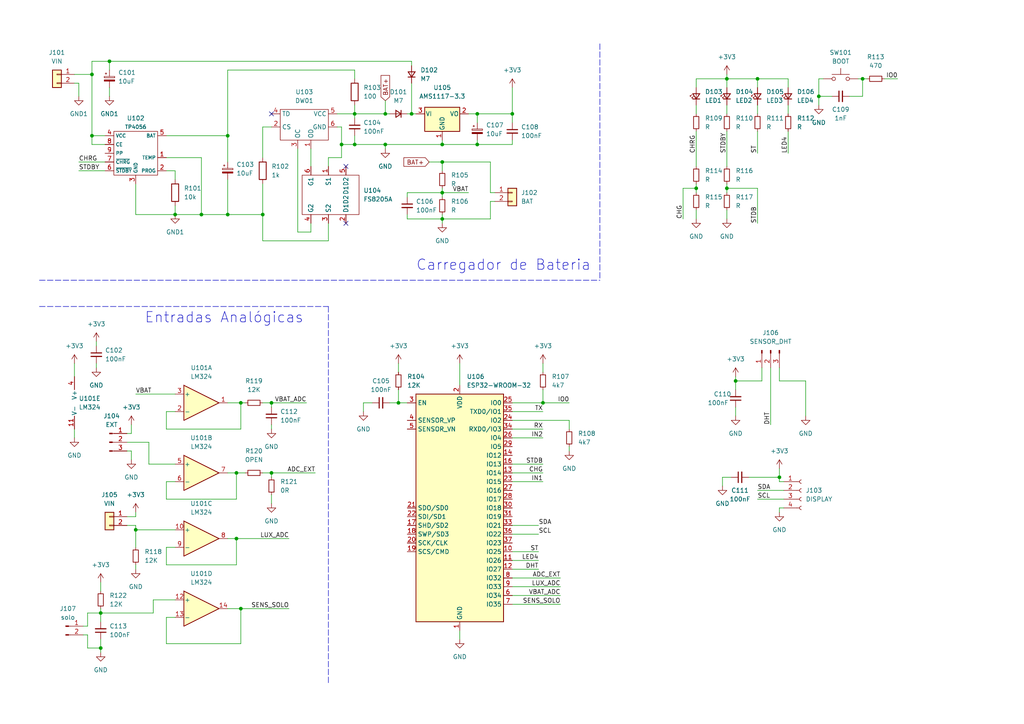
<source format=kicad_sch>
(kicad_sch (version 20211123) (generator eeschema)
  (paper "A4")
  (title_block (title "Vaso Inteligente") (date "2022-07-11") (company "PI3 - 2022/1") (comment 1 "Guilherme Camargo Valese") (comment 2 "Ariane Andreia Martins"))
  (lib_symbols
    (symbol "Amplifier_Operational:LM324" (pin_names (offset 0.127))
      (property "Reference" "U" (at 0 5.08 0))
      (property "Value" "LM324" (at 0 -5.08 0))
      (symbol "LM324_1_1"
        (pin output line (at 7.62 0 180) (length 2.54) (name "~") (number "1"))
        (pin input line (at -7.62 -2.54 0) (length 2.54) (name "-") (number "2"))
        (pin input line (at -7.62 2.54 0) (length 2.54) (name "+") (number "3"))
      )
      (symbol "LM324_2_1"
        (pin input line (at -7.62 2.54 0) (length 2.54) (name "+") (number "5"))
        (pin input line (at -7.62 -2.54 0) (length 2.54) (name "-") (number "6"))
        (pin output line (at 7.62 0 180) (length 2.54) (name "~") (number "7"))
      )
      (symbol "LM324_3_1"
        (pin input line (at -7.62 2.54 0) (length 2.54) (name "+") (number "10"))
        (pin output line (at 7.62 0 180) (length 2.54) (name "~") (number "8"))
        (pin input line (at -7.62 -2.54 0) (length 2.54) (name "-") (number "9"))
      )
      (symbol "LM324_4_1"
        (pin input line (at -7.62 2.54 0) (length 2.54) (name "+") (number "12"))
        (pin input line (at -7.62 -2.54 0) (length 2.54) (name "-") (number "13"))
        (pin output line (at 7.62 0 180) (length 2.54) (name "~") (number "14"))
      )
      (symbol "LM324_5_1"
        (pin power_in line (at -2.54 -7.62 90) (length 3.81) (name "V-") (number "11"))
        (pin power_in line (at -2.54 7.62 270) (length 3.81) (name "V+") (number "4"))
      )
    )
    (symbol "Connector:Conn_01x02_Male" (pin_names (offset 1.016) hide)
      (property "Reference" "J" (at 0 2.54 0))
      (property "Value" "Conn_01x02_Male" (at 0 -5.08 0))
      (symbol "Conn_01x02_Male_1_1"
        (pin passive line (at 5.08 0 180) (length 3.81) (name "Pin_1") (number "1"))
        (pin passive line (at 5.08 -2.54 180) (length 3.81) (name "Pin_2") (number "2"))
      )
    )
    (symbol "Connector:Conn_01x03_Male" (pin_names (offset 1.016) hide)
      (property "Reference" "J" (at 0 5.08 0))
      (property "Value" "Conn_01x03_Male" (at 0 -5.08 0))
      (symbol "Conn_01x03_Male_1_1"
        (pin passive line (at 5.08 2.54 180) (length 3.81) (name "Pin_1") (number "1"))
        (pin passive line (at 5.08 0 180) (length 3.81) (name "Pin_2") (number "2"))
        (pin passive line (at 5.08 -2.54 180) (length 3.81) (name "Pin_3") (number "3"))
      )
    )
    (symbol "Connector:Conn_01x04_Female" (pin_names (offset 1.016) hide)
      (property "Reference" "J" (at 0 5.08 0))
      (property "Value" "Conn_01x04_Female" (at 0 -7.62 0))
      (symbol "Conn_01x04_Female_1_1"
        (pin passive line (at -5.08 2.54 0) (length 3.81) (name "Pin_1") (number "1"))
        (pin passive line (at -5.08 0 0) (length 3.81) (name "Pin_2") (number "2"))
        (pin passive line (at -5.08 -2.54 0) (length 3.81) (name "Pin_3") (number "3"))
        (pin passive line (at -5.08 -5.08 0) (length 3.81) (name "Pin_4") (number "4"))
      )
    )
    (symbol "Connector_Generic:Conn_01x02" (pin_names (offset 1.016) hide)
      (property "Reference" "J" (at 0 2.54 0))
      (property "Value" "Conn_01x02" (at 0 -5.08 0))
      (symbol "Conn_01x02_1_1"
        (pin passive line (at -5.08 0 0) (length 3.81) (name "Pin_1") (number "1"))
        (pin passive line (at -5.08 -2.54 0) (length 3.81) (name "Pin_2") (number "2"))
      )
    )
    (symbol "Device:C_Polarized_Small" (pin_numbers hide) (pin_names (offset 0.254) hide)
      (property "Reference" "C" (at 0.254 1.778 0))
      (property "Value" "C_Polarized_Small" (at 0.254 -2.032 0))
      (symbol "C_Polarized_Small_1_1"
        (pin passive line (at 0 2.54 270) (length 1.8542) (name "~") (number "1"))
        (pin passive line (at 0 -2.54 90) (length 1.8542) (name "~") (number "2"))
      )
    )
    (symbol "Device:C_Small" (pin_numbers hide) (pin_names (offset 0.254) hide)
      (property "Reference" "C" (at 0.254 1.778 0))
      (property "Value" "C_Small" (at 0.254 -2.032 0))
      (symbol "C_Small_1_1"
        (pin passive line (at 0 2.54 270) (length 2.032) (name "~") (number "1"))
        (pin passive line (at 0 -2.54 90) (length 2.032) (name "~") (number "2"))
      )
    )
    (symbol "Device:D_Small" (pin_numbers hide) (pin_names (offset 0.254) hide)
      (property "Reference" "D" (at -1.27 2.032 0))
      (property "Value" "D_Small" (at -3.81 -2.032 0))
      (symbol "D_Small_1_1"
        (pin passive line (at -2.54 0 0) (length 1.778) (name "K") (number "1"))
        (pin passive line (at 2.54 0 180) (length 1.778) (name "A") (number "2"))
      )
    )
    (symbol "Device:LED_Small" (pin_numbers hide) (pin_names (offset 0.254) hide)
      (property "Reference" "D" (at -1.27 3.175 0))
      (property "Value" "LED_Small" (at -4.445 -2.54 0))
      (symbol "LED_Small_1_1"
        (pin passive line (at -2.54 0 0) (length 1.778) (name "K") (number "1"))
        (pin passive line (at 2.54 0 180) (length 1.778) (name "A") (number "2"))
      )
    )
    (symbol "Device:R" (pin_numbers hide) (pin_names (offset 0))
      (property "Reference" "R" (at 2.032 0 90))
      (property "Value" "R" (at 0 0 90))
      (symbol "R_1_1"
        (pin passive line (at 0 3.81 270) (length 1.27) (name "~") (number "1"))
        (pin passive line (at 0 -3.81 90) (length 1.27) (name "~") (number "2"))
      )
    )
    (symbol "Device:R_Small" (pin_numbers hide) (pin_names (offset 0.254) hide)
      (property "Reference" "R" (at 0.762 0.508 0))
      (property "Value" "R_Small" (at 0.762 -1.016 0))
      (symbol "R_Small_1_1"
        (pin passive line (at 0 2.54 270) (length 0.762) (name "~") (number "1"))
        (pin passive line (at 0 -2.54 90) (length 0.762) (name "~") (number "2"))
      )
    )
    (symbol "RF_Module:ESP32-WROOM-32"
      (property "Reference" "U" (at -12.7 34.29 0))
      (property "Value" "ESP32-WROOM-32" (at 1.27 34.29 0))
      (symbol "ESP32-WROOM-32_1_1"
        (pin power_in line (at 0 -35.56 90) (length 2.54) (name "GND") (number "1"))
        (pin bidirectional line (at 15.24 -12.7 180) (length 2.54) (name "IO25") (number "10"))
        (pin bidirectional line (at 15.24 -15.24 180) (length 2.54) (name "IO26") (number "11"))
        (pin bidirectional line (at 15.24 -17.78 180) (length 2.54) (name "IO27") (number "12"))
        (pin bidirectional line (at 15.24 10.16 180) (length 2.54) (name "IO14") (number "13"))
        (pin bidirectional line (at 15.24 15.24 180) (length 2.54) (name "IO12") (number "14"))
        (pin passive line (at 0 -35.56 90) (length 2.54) hide (name "GND") (number "15"))
        (pin bidirectional line (at 15.24 12.7 180) (length 2.54) (name "IO13") (number "16"))
        (pin bidirectional line (at -15.24 -5.08 0) (length 2.54) (name "SHD/SD2") (number "17"))
        (pin bidirectional line (at -15.24 -7.62 0) (length 2.54) (name "SWP/SD3") (number "18"))
        (pin bidirectional line (at -15.24 -12.7 0) (length 2.54) (name "SCS/CMD") (number "19"))
        (pin power_in line (at 0 35.56 270) (length 2.54) (name "VDD") (number "2"))
        (pin bidirectional line (at -15.24 -10.16 0) (length 2.54) (name "SCK/CLK") (number "20"))
        (pin bidirectional line (at -15.24 0 0) (length 2.54) (name "SDO/SD0") (number "21"))
        (pin bidirectional line (at -15.24 -2.54 0) (length 2.54) (name "SDI/SD1") (number "22"))
        (pin bidirectional line (at 15.24 7.62 180) (length 2.54) (name "IO15") (number "23"))
        (pin bidirectional line (at 15.24 25.4 180) (length 2.54) (name "IO2") (number "24"))
        (pin bidirectional line (at 15.24 30.48 180) (length 2.54) (name "IO0") (number "25"))
        (pin bidirectional line (at 15.24 20.32 180) (length 2.54) (name "IO4") (number "26"))
        (pin bidirectional line (at 15.24 5.08 180) (length 2.54) (name "IO16") (number "27"))
        (pin bidirectional line (at 15.24 2.54 180) (length 2.54) (name "IO17") (number "28"))
        (pin bidirectional line (at 15.24 17.78 180) (length 2.54) (name "IO5") (number "29"))
        (pin input line (at -15.24 30.48 0) (length 2.54) (name "EN") (number "3"))
        (pin bidirectional line (at 15.24 0 180) (length 2.54) (name "IO18") (number "30"))
        (pin bidirectional line (at 15.24 -2.54 180) (length 2.54) (name "IO19") (number "31"))
        (pin no_connect line (at -12.7 -27.94 0) (length 2.54) hide (name "NC") (number "32"))
        (pin bidirectional line (at 15.24 -5.08 180) (length 2.54) (name "IO21") (number "33"))
        (pin bidirectional line (at 15.24 22.86 180) (length 2.54) (name "RXD0/IO3") (number "34"))
        (pin bidirectional line (at 15.24 27.94 180) (length 2.54) (name "TXD0/IO1") (number "35"))
        (pin bidirectional line (at 15.24 -7.62 180) (length 2.54) (name "IO22") (number "36"))
        (pin bidirectional line (at 15.24 -10.16 180) (length 2.54) (name "IO23") (number "37"))
        (pin passive line (at 0 -35.56 90) (length 2.54) hide (name "GND") (number "38"))
        (pin passive line (at 0 -35.56 90) (length 2.54) hide (name "GND") (number "39"))
        (pin input line (at -15.24 25.4 0) (length 2.54) (name "SENSOR_VP") (number "4"))
        (pin input line (at -15.24 22.86 0) (length 2.54) (name "SENSOR_VN") (number "5"))
        (pin input line (at 15.24 -25.4 180) (length 2.54) (name "IO34") (number "6"))
        (pin input line (at 15.24 -27.94 180) (length 2.54) (name "IO35") (number "7"))
        (pin bidirectional line (at 15.24 -20.32 180) (length 2.54) (name "IO32") (number "8"))
        (pin bidirectional line (at 15.24 -22.86 180) (length 2.54) (name "IO33") (number "9"))
      )
    )
    (symbol "Regulator_Linear:AMS1117-3.3" (pin_names (offset 0.254))
      (property "Reference" "U" (at -3.81 3.175 0))
      (property "Value" "AMS1117-3.3" (at 0 3.175 0))
      (symbol "AMS1117-3.3_1_1"
        (pin power_in line (at 0 -7.62 90) (length 2.54) (name "GND") (number "1"))
        (pin power_out line (at 7.62 0 180) (length 2.54) (name "VO") (number "2"))
        (pin power_in line (at -7.62 0 0) (length 2.54) (name "VI") (number "3"))
      )
    )
    (symbol "Switch:SW_Push" (pin_numbers hide) (pin_names (offset 1.016) hide)
      (property "Reference" "SW" (at 1.27 2.54 0))
      (property "Value" "SW_Push" (at 0 -1.524 0))
      (symbol "SW_Push_0_1"
        (pin passive line (at -5.08 0 0) (length 2.54) (name "1") (number "1"))
        (pin passive line (at 5.08 0 180) (length 2.54) (name "2") (number "2"))
      )
    )
    (symbol "dw01:DW01"
      (property "Reference" "U" (at 1.27 10.16 0))
      (property "Value" "DW01" (at 11.43 10.16 0))
      (symbol "DW01_1_1"
        (pin input line (at 8.89 -2.54 90) (length 2.54) (name "OD") (number "1"))
        (pin input line (at -2.54 3.81 0) (length 2.54) (name "CS") (number "2"))
        (pin input line (at 5.08 -2.54 90) (length 2.54) (name "OC") (number "3"))
        (pin input line (at -2.54 7.62 0) (length 2.54) (name "TD") (number "4"))
        (pin input line (at 16.51 7.62 180) (length 2.54) (name "VCC") (number "5"))
        (pin input line (at 16.51 3.81 180) (length 2.54) (name "GND") (number "6"))
      )
    )
    (symbol "fs8205:FS8205A"
      (property "Reference" "U" (at 1.27 5.08 0))
      (property "Value" "FS8205A" (at -1.27 8.89 90))
      (symbol "FS8205A_1_1"
        (pin input line (at 7.62 13.97 270) (length 2.54) (name "S1") (number "1"))
        (pin input line (at 12.7 -2.54 90) (length 2.54) (name "D1D2") (number "2"))
        (pin input line (at 7.62 -2.54 90) (length 2.54) (name "S2") (number "3"))
        (pin input line (at 2.54 -2.54 90) (length 2.54) (name "G2") (number "4"))
        (pin input line (at 12.7 13.97 270) (length 2.54) (name "D1D2") (number "5"))
        (pin input line (at 2.54 13.97 270) (length 2.54) (name "G1") (number "6"))
      )
    )
    (symbol "power:+3V3" (power) (pin_names (offset 0))
      (property "Value" "+3V3" (at 0 3.556 0))
      (symbol "+3V3_1_1"
        (pin power_in line (at 0 0 90) (length 0) hide (name "+3V3") (number "1"))
      )
    )
    (symbol "power:GND" (power) (pin_names (offset 0))
      (property "Value" "GND" (at 0 -3.81 0))
      (symbol "GND_1_1"
        (pin power_in line (at 0 0 270) (length 0) hide (name "GND") (number "1"))
      )
    )
    (symbol "power:GND1" (power) (pin_names (offset 0))
      (property "Value" "GND1" (at 0 -3.81 0))
      (symbol "GND1_1_1"
        (pin power_in line (at 0 0 270) (length 0) hide (name "GND1") (number "1"))
      )
    )
    (symbol "tp4056:TP4056"
      (property "Reference" "U" (at 1.27 13.97 0))
      (property "Value" "TP4056" (at 8.89 13.97 0))
      (symbol "TP4056_1_1"
        (pin input line (at 15.24 5.08 180) (length 2.54) (name "TEMP") (number "1"))
        (pin input line (at 15.24 1.27 180) (length 2.54) (name "PROG") (number "2"))
        (pin input line (at 6.35 -2.54 90) (length 2.54) (name "GND") (number "3"))
        (pin input line (at -2.54 11.43 0) (length 2.54) (name "VCC") (number "4"))
        (pin input line (at 15.24 11.43 180) (length 2.54) (name "BAT") (number "5"))
        (pin input line (at -2.54 1.27 0) (length 2.54) (name "~{STDBY}") (number "6"))
        (pin input line (at -2.54 3.81 0) (length 2.54) (name "~{CHRG}") (number "7"))
        (pin input line (at -2.54 8.89 0) (length 2.54) (name "CE") (number "8"))
        (pin input line (at -2.54 6.35 0) (length 2.54) (name "PP") (number "9"))
      )
    )
  )
  (junction (at 148.59 33.02))
  (junction (at 250.19 22.86))
  (junction (at 128.27 46.99))
  (junction (at 78.74 137.16))
  (junction (at 58.42 62.23))
  (junction (at 26.67 39.37))
  (junction (at 99.06 41.91))
  (junction (at 138.43 33.02))
  (junction (at 69.85 116.84))
  (junction (at 128.27 41.91))
  (junction (at 219.71 22.86))
  (junction (at 66.04 62.23))
  (junction (at 26.67 21.59))
  (junction (at 76.2 62.23))
  (junction (at 102.87 41.91))
  (junction (at 128.27 55.88))
  (junction (at 111.76 33.02))
  (junction (at 29.21 187.96))
  (junction (at 68.58 137.16))
  (junction (at 69.85 176.53))
  (junction (at 119.38 33.02))
  (junction (at 39.37 153.67))
  (junction (at 237.49 27.94))
  (junction (at 31.75 17.78))
  (junction (at 102.87 33.02))
  (junction (at 210.82 22.86))
  (junction (at 68.58 156.21))
  (junction (at 201.93 54.61))
  (junction (at 157.48 116.84))
  (junction (at 29.21 177.8))
  (junction (at 50.8 62.23))
  (junction (at 138.43 41.91))
  (junction (at 210.82 54.61))
  (junction (at 66.04 39.37))
  (junction (at 128.27 63.5))
  (junction (at 226.06 138.43))
  (junction (at 115.57 116.84))
  (junction (at 111.76 41.91))
  (junction (at 213.36 110.49))
  (junction (at 78.74 116.84))
  (no_connect (at 78.74 33.02))
  (no_connect (at 100.33 48.26))
  (no_connect (at 100.33 64.77))
  (wire (pts (xy 226.06 135.89) (xy 226.06 138.43)))
  (wire (pts (xy 210.82 54.61) (xy 219.71 54.61)))
  (wire (pts (xy 142.24 58.42) (xy 143.51 58.42)))
  (wire (pts (xy 50.8 179.07) (xy 48.26 179.07)))
  (wire (pts (xy 50.8 139.7) (xy 48.26 139.7)))
  (wire (pts (xy 48.26 119.38) (xy 48.26 124.46)))
  (wire (pts (xy 66.04 20.32) (xy 102.87 20.32)))
  (wire (pts (xy 119.38 17.78) (xy 119.38 19.05)))
  (wire (pts (xy 111.76 29.21) (xy 111.76 33.02)))
  (wire (pts (xy 142.24 46.99) (xy 142.24 55.88)))
  (wire (pts (xy 27.94 99.06) (xy 27.94 100.33)))
  (wire (pts (xy 50.8 119.38) (xy 48.26 119.38)))
  (wire (pts (xy 124.46 46.99) (xy 128.27 46.99)))
  (wire (pts (xy 128.27 46.99) (xy 142.24 46.99)))
  (wire (pts (xy 210.82 21.59) (xy 210.82 22.86)))
  (wire (pts (xy 99.06 41.91) (xy 99.06 45.72)))
  (wire (pts (xy 219.71 22.86) (xy 219.71 25.4)))
  (wire (pts (xy 102.87 30.48) (xy 102.87 33.02)))
  (wire (pts (xy 86.36 67.31) (xy 90.17 67.31)))
  (wire (pts (xy 48.26 45.72) (xy 58.42 45.72)))
  (wire (pts (xy 148.59 162.56) (xy 156.21 162.56)))
  (wire (pts (xy 118.11 57.15) (xy 118.11 55.88)))
  (wire (pts (xy 219.71 142.24) (xy 227.33 142.24)))
  (wire (pts (xy 115.57 105.41) (xy 115.57 107.95)))
  (wire (pts (xy 25.4 181.61) (xy 25.4 177.8)))
  (wire (pts (xy 148.59 124.46) (xy 157.48 124.46)))
  (wire (pts (xy 111.76 33.02) (xy 113.03 33.02)))
  (wire (pts (xy 115.57 113.03) (xy 115.57 116.84)))
  (wire (pts (xy 48.26 158.75) (xy 50.8 158.75)))
  (wire (pts (xy 210.82 38.1) (xy 210.82 48.26)))
  (wire (pts (xy 38.1 123.19) (xy 38.1 125.73)))
  (wire (pts (xy 210.82 60.96) (xy 210.82 63.5)))
  (wire (pts (xy 128.27 63.5) (xy 142.24 63.5)))
  (wire (pts (xy 102.87 33.02) (xy 111.76 33.02)))
  (wire (pts (xy 25.4 187.96) (xy 25.4 184.15)))
  (wire (pts (xy 36.83 152.4) (xy 39.37 152.4)))
  (wire (pts (xy 31.75 17.78) (xy 119.38 17.78)))
  (wire (pts (xy 78.74 123.19) (xy 78.74 124.46)))
  (wire (pts (xy 102.87 41.91) (xy 111.76 41.91)))
  (polyline (pts (xy 11.43 81.28) (xy 173.99 81.28)))
  (wire (pts (xy 95.25 45.72) (xy 99.06 45.72)))
  (wire (pts (xy 39.37 153.67) (xy 39.37 158.75)))
  (wire (pts (xy 76.2 116.84) (xy 78.74 116.84)))
  (wire (pts (xy 95.25 64.77) (xy 95.25 69.85)))
  (wire (pts (xy 119.38 24.13) (xy 119.38 33.02)))
  (wire (pts (xy 250.19 27.94) (xy 250.19 22.86)))
  (wire (pts (xy 21.59 105.41) (xy 21.59 109.22)))
  (wire (pts (xy 128.27 41.91) (xy 111.76 41.91)))
  (wire (pts (xy 30.48 41.91) (xy 26.67 41.91)))
  (wire (pts (xy 105.41 119.38) (xy 105.41 116.84)))
  (wire (pts (xy 50.8 62.23) (xy 39.37 62.23)))
  (wire (pts (xy 115.57 116.84) (xy 118.11 116.84)))
  (wire (pts (xy 256.54 22.86) (xy 260.35 22.86)))
  (wire (pts (xy 38.1 133.35) (xy 38.1 130.81)))
  (wire (pts (xy 48.26 186.69) (xy 69.85 186.69)))
  (wire (pts (xy 228.6 38.1) (xy 228.6 44.45)))
  (wire (pts (xy 26.67 21.59) (xy 26.67 17.78)))
  (wire (pts (xy 29.21 177.8) (xy 29.21 180.34)))
  (wire (pts (xy 148.59 33.02) (xy 148.59 35.56)))
  (wire (pts (xy 102.87 33.02) (xy 97.79 33.02)))
  (wire (pts (xy 102.87 39.37) (xy 102.87 41.91)))
  (wire (pts (xy 157.48 105.41) (xy 157.48 107.95)))
  (wire (pts (xy 135.89 33.02) (xy 138.43 33.02)))
  (wire (pts (xy 213.36 118.11) (xy 213.36 120.65)))
  (wire (pts (xy 26.67 39.37) (xy 26.67 21.59)))
  (wire (pts (xy 66.04 62.23) (xy 76.2 62.23)))
  (wire (pts (xy 24.13 184.15) (xy 25.4 184.15)))
  (wire (pts (xy 138.43 33.02) (xy 148.59 33.02)))
  (wire (pts (xy 157.48 116.84) (xy 165.1 116.84)))
  (wire (pts (xy 50.8 52.07) (xy 50.8 49.53)))
  (wire (pts (xy 26.67 41.91) (xy 26.67 39.37)))
  (wire (pts (xy 237.49 27.94) (xy 241.3 27.94)))
  (wire (pts (xy 99.06 41.91) (xy 102.87 41.91)))
  (polyline (pts (xy 95.25 88.9) (xy 95.25 198.12)))
  (wire (pts (xy 44.45 173.99) (xy 50.8 173.99)))
  (wire (pts (xy 210.82 22.86) (xy 210.82 25.4)))
  (wire (pts (xy 48.26 139.7) (xy 48.26 144.78)))
  (wire (pts (xy 43.18 128.27) (xy 43.18 134.62)))
  (wire (pts (xy 68.58 156.21) (xy 68.58 163.83)))
  (wire (pts (xy 226.06 147.32) (xy 227.33 147.32)))
  (wire (pts (xy 228.6 30.48) (xy 228.6 33.02)))
  (wire (pts (xy 29.21 187.96) (xy 25.4 187.96)))
  (wire (pts (xy 66.04 20.32) (xy 66.04 39.37)))
  (wire (pts (xy 39.37 163.83) (xy 39.37 165.1)))
  (wire (pts (xy 27.94 105.41) (xy 27.94 106.68)))
  (wire (pts (xy 157.48 113.03) (xy 157.48 116.84)))
  (wire (pts (xy 90.17 43.18) (xy 90.17 48.26)))
  (wire (pts (xy 29.21 185.42) (xy 29.21 187.96)))
  (wire (pts (xy 148.59 165.1) (xy 156.21 165.1)))
  (wire (pts (xy 68.58 156.21) (xy 83.82 156.21)))
  (wire (pts (xy 78.74 137.16) (xy 91.44 137.16)))
  (wire (pts (xy 44.45 177.8) (xy 44.45 173.99)))
  (wire (pts (xy 76.2 62.23) (xy 76.2 69.85)))
  (wire (pts (xy 223.52 106.68) (xy 223.52 123.19)))
  (wire (pts (xy 99.06 36.83) (xy 99.06 41.91)))
  (wire (pts (xy 201.93 54.61) (xy 201.93 55.88)))
  (wire (pts (xy 68.58 137.16) (xy 71.12 137.16)))
  (wire (pts (xy 58.42 45.72) (xy 58.42 62.23)))
  (wire (pts (xy 69.85 176.53) (xy 83.82 176.53)))
  (wire (pts (xy 68.58 137.16) (xy 68.58 144.78)))
  (wire (pts (xy 148.59 160.02) (xy 156.21 160.02)))
  (wire (pts (xy 213.36 109.22) (xy 213.36 110.49)))
  (wire (pts (xy 43.18 134.62) (xy 50.8 134.62)))
  (wire (pts (xy 118.11 55.88) (xy 128.27 55.88)))
  (wire (pts (xy 148.59 116.84) (xy 157.48 116.84)))
  (wire (pts (xy 118.11 33.02) (xy 119.38 33.02)))
  (wire (pts (xy 66.04 52.07) (xy 66.04 62.23)))
  (wire (pts (xy 213.36 113.03) (xy 213.36 110.49)))
  (wire (pts (xy 76.2 36.83) (xy 76.2 45.72)))
  (wire (pts (xy 76.2 36.83) (xy 78.74 36.83)))
  (wire (pts (xy 148.59 134.62) (xy 157.48 134.62)))
  (wire (pts (xy 66.04 39.37) (xy 48.26 39.37)))
  (wire (pts (xy 201.93 25.4) (xy 201.93 22.86)))
  (wire (pts (xy 97.79 36.83) (xy 99.06 36.83)))
  (wire (pts (xy 138.43 41.91) (xy 138.43 40.64)))
  (wire (pts (xy 133.35 182.88) (xy 133.35 185.42)))
  (wire (pts (xy 148.59 154.94) (xy 156.21 154.94)))
  (wire (pts (xy 48.26 179.07) (xy 48.26 186.69)))
  (wire (pts (xy 128.27 41.91) (xy 138.43 41.91)))
  (wire (pts (xy 220.98 106.68) (xy 220.98 110.49)))
  (wire (pts (xy 237.49 22.86) (xy 238.76 22.86)))
  (wire (pts (xy 76.2 69.85) (xy 95.25 69.85)))
  (wire (pts (xy 26.67 17.78) (xy 31.75 17.78)))
  (wire (pts (xy 29.21 176.53) (xy 29.21 177.8)))
  (wire (pts (xy 250.19 22.86) (xy 251.46 22.86)))
  (wire (pts (xy 29.21 177.8) (xy 44.45 177.8)))
  (wire (pts (xy 142.24 58.42) (xy 142.24 63.5)))
  (wire (pts (xy 86.36 43.18) (xy 86.36 67.31)))
  (wire (pts (xy 219.71 22.86) (xy 228.6 22.86)))
  (wire (pts (xy 148.59 139.7) (xy 157.48 139.7)))
  (wire (pts (xy 78.74 138.43) (xy 78.74 137.16)))
  (wire (pts (xy 78.74 137.16) (xy 76.2 137.16)))
  (wire (pts (xy 201.93 22.86) (xy 210.82 22.86)))
  (wire (pts (xy 48.26 124.46) (xy 69.85 124.46)))
  (polyline (pts (xy 11.43 88.9) (xy 95.25 88.9)))
  (wire (pts (xy 48.26 49.53) (xy 50.8 49.53)))
  (wire (pts (xy 118.11 63.5) (xy 128.27 63.5)))
  (wire (pts (xy 95.25 45.72) (xy 95.25 48.26)))
  (wire (pts (xy 69.85 116.84) (xy 66.04 116.84)))
  (wire (pts (xy 48.26 144.78) (xy 68.58 144.78)))
  (wire (pts (xy 210.82 53.34) (xy 210.82 54.61)))
  (wire (pts (xy 148.59 127) (xy 157.48 127)))
  (wire (pts (xy 48.26 163.83) (xy 48.26 158.75)))
  (wire (pts (xy 58.42 62.23) (xy 50.8 62.23)))
  (wire (pts (xy 111.76 41.91) (xy 111.76 43.18)))
  (wire (pts (xy 113.03 116.84) (xy 115.57 116.84)))
  (wire (pts (xy 133.35 105.41) (xy 133.35 111.76)))
  (wire (pts (xy 226.06 110.49) (xy 233.68 110.49)))
  (wire (pts (xy 237.49 27.94) (xy 237.49 30.48)))
  (wire (pts (xy 38.1 125.73) (xy 36.83 125.73)))
  (wire (pts (xy 39.37 149.86) (xy 36.83 149.86)))
  (wire (pts (xy 24.13 181.61) (xy 25.4 181.61)))
  (wire (pts (xy 219.71 144.78) (xy 227.33 144.78)))
  (wire (pts (xy 128.27 54.61) (xy 128.27 55.88)))
  (wire (pts (xy 128.27 55.88) (xy 128.27 57.15)))
  (wire (pts (xy 22.86 27.94) (xy 22.86 24.13)))
  (wire (pts (xy 66.04 137.16) (xy 68.58 137.16)))
  (wire (pts (xy 226.06 138.43) (xy 226.06 139.7)))
  (wire (pts (xy 210.82 30.48) (xy 210.82 33.02)))
  (wire (pts (xy 201.93 38.1) (xy 201.93 48.26)))
  (wire (pts (xy 22.86 46.99) (xy 30.48 46.99)))
  (wire (pts (xy 25.4 177.8) (xy 29.21 177.8)))
  (wire (pts (xy 21.59 124.46) (xy 21.59 127)))
  (wire (pts (xy 31.75 25.4) (xy 31.75 27.94)))
  (wire (pts (xy 201.93 60.96) (xy 201.93 63.5)))
  (wire (pts (xy 233.68 110.49) (xy 233.68 120.65)))
  (wire (pts (xy 148.59 41.91) (xy 138.43 41.91)))
  (wire (pts (xy 228.6 22.86) (xy 228.6 25.4)))
  (wire (pts (xy 69.85 116.84) (xy 71.12 116.84)))
  (wire (pts (xy 219.71 54.61) (xy 219.71 64.77)))
  (wire (pts (xy 248.92 22.86) (xy 250.19 22.86)))
  (wire (pts (xy 58.42 62.23) (xy 66.04 62.23)))
  (wire (pts (xy 165.1 129.54) (xy 165.1 130.81)))
  (wire (pts (xy 102.87 33.02) (xy 102.87 34.29)))
  (wire (pts (xy 209.55 138.43) (xy 212.09 138.43)))
  (wire (pts (xy 29.21 168.91) (xy 29.21 171.45)))
  (wire (pts (xy 201.93 53.34) (xy 201.93 54.61)))
  (wire (pts (xy 148.59 137.16) (xy 157.48 137.16)))
  (wire (pts (xy 36.83 130.81) (xy 38.1 130.81)))
  (wire (pts (xy 39.37 152.4) (xy 39.37 153.67)))
  (wire (pts (xy 148.59 167.64) (xy 162.56 167.64)))
  (wire (pts (xy 66.04 39.37) (xy 66.04 46.99)))
  (wire (pts (xy 102.87 22.86) (xy 102.87 20.32)))
  (wire (pts (xy 165.1 121.92) (xy 165.1 124.46)))
  (wire (pts (xy 148.59 175.26) (xy 162.56 175.26)))
  (wire (pts (xy 148.59 119.38) (xy 157.48 119.38)))
  (wire (pts (xy 148.59 121.92) (xy 165.1 121.92)))
  (wire (pts (xy 148.59 170.18) (xy 162.56 170.18)))
  (wire (pts (xy 78.74 143.51) (xy 78.74 146.05)))
  (wire (pts (xy 90.17 64.77) (xy 90.17 67.31)))
  (wire (pts (xy 39.37 114.3) (xy 50.8 114.3)))
  (wire (pts (xy 226.06 139.7) (xy 227.33 139.7)))
  (wire (pts (xy 226.06 148.59) (xy 226.06 147.32)))
  (wire (pts (xy 66.04 156.21) (xy 68.58 156.21)))
  (wire (pts (xy 128.27 63.5) (xy 128.27 64.77)))
  (wire (pts (xy 22.86 24.13) (xy 21.59 24.13)))
  (wire (pts (xy 118.11 62.23) (xy 118.11 63.5)))
  (wire (pts (xy 31.75 17.78) (xy 31.75 20.32)))
  (wire (pts (xy 105.41 116.84) (xy 107.95 116.84)))
  (wire (pts (xy 210.82 22.86) (xy 219.71 22.86)))
  (wire (pts (xy 148.59 172.72) (xy 162.56 172.72)))
  (wire (pts (xy 128.27 62.23) (xy 128.27 63.5)))
  (wire (pts (xy 213.36 110.49) (xy 220.98 110.49)))
  (wire (pts (xy 66.04 176.53) (xy 69.85 176.53)))
  (wire (pts (xy 201.93 30.48) (xy 201.93 33.02)))
  (wire (pts (xy 68.58 163.83) (xy 48.26 163.83)))
  (wire (pts (xy 156.21 152.4) (xy 148.59 152.4)))
  (wire (pts (xy 198.12 54.61) (xy 198.12 63.5)))
  (wire (pts (xy 21.59 21.59) (xy 26.67 21.59)))
  (wire (pts (xy 78.74 116.84) (xy 78.74 118.11)))
  (wire (pts (xy 29.21 187.96) (xy 29.21 189.23)))
  (wire (pts (xy 148.59 25.4) (xy 148.59 33.02)))
  (wire (pts (xy 226.06 106.68) (xy 226.06 110.49)))
  (wire (pts (xy 138.43 33.02) (xy 138.43 35.56)))
  (wire (pts (xy 237.49 22.86) (xy 237.49 27.94)))
  (wire (pts (xy 210.82 54.61) (xy 210.82 55.88)))
  (wire (pts (xy 128.27 55.88) (xy 135.89 55.88)))
  (wire (pts (xy 69.85 124.46) (xy 69.85 116.84)))
  (wire (pts (xy 246.38 27.94) (xy 250.19 27.94)))
  (wire (pts (xy 219.71 30.48) (xy 219.71 33.02)))
  (wire (pts (xy 26.67 39.37) (xy 30.48 39.37)))
  (wire (pts (xy 219.71 38.1) (xy 219.71 44.45)))
  (wire (pts (xy 201.93 54.61) (xy 198.12 54.61)))
  (wire (pts (xy 119.38 33.02) (xy 120.65 33.02)))
  (wire (pts (xy 69.85 186.69) (xy 69.85 176.53)))
  (wire (pts (xy 209.55 140.97) (xy 209.55 138.43)))
  (wire (pts (xy 148.59 40.64) (xy 148.59 41.91)))
  (wire (pts (xy 78.74 116.84) (xy 88.9 116.84)))
  (wire (pts (xy 76.2 53.34) (xy 76.2 62.23)))
  (wire (pts (xy 39.37 153.67) (xy 50.8 153.67)))
  (wire (pts (xy 36.83 128.27) (xy 43.18 128.27)))
  (wire (pts (xy 128.27 40.64) (xy 128.27 41.91)))
  (wire (pts (xy 39.37 53.34) (xy 39.37 62.23)))
  (wire (pts (xy 22.86 49.53) (xy 30.48 49.53)))
  (wire (pts (xy 217.17 138.43) (xy 226.06 138.43)))
  (polyline (pts (xy 173.99 12.7) (xy 173.99 81.28)))
  (wire (pts (xy 142.24 55.88) (xy 143.51 55.88)))
  (wire (pts (xy 39.37 148.59) (xy 39.37 149.86)))
  (wire (pts (xy 128.27 46.99) (xy 128.27 49.53)))
  (wire (pts (xy 50.8 59.69) (xy 50.8 62.23)))
  (text "Carregador de Bateria" (at 120.65 78.74 0) (effects (font (size 3 3)) (justify left bottom)))
  (text "Entradas Analógicas" (at 41.91 93.98 0) (effects (font (size 3 3)) (justify left bottom)))
  (label "IO0" (at 165.1 116.84 180))
  (label "DHT" (at 156.21 165.1 180))
  (label "LED4" (at 156.21 162.56 180))
  (label "CHG" (at 198.12 63.5 90))
  (label "SCL" (at 219.71 144.78 0))
  (label "SDA" (at 156.21 152.4 0))
  (label "SENS_SOLO" (at 162.56 175.26 180))
  (label "VBAT_ADC" (at 162.56 172.72 180))
  (label "CHRG" (at 22.86 46.99 0))
  (label "IN2" (at 157.48 127 180))
  (label "STDB" (at 219.71 64.77 90))
  (label "RX" (at 157.48 124.46 180))
  (label "DHT" (at 223.52 123.19 90))
  (label "VBAT_ADC" (at 88.9 116.84 180))
  (label "ST" (at 219.71 44.45 90))
  (label "CHRG" (at 201.93 44.45 90))
  (label "TX" (at 157.48 119.38 180))
  (label "VBAT" (at 39.37 114.3 0))
  (label "ADC_EXT" (at 91.44 137.16 180))
  (label "CHG" (at 157.48 137.16 180))
  (label "ADC_EXT" (at 162.56 167.64 180))
  (label "STDBY" (at 22.86 49.53 0))
  (label "IO0" (at 260.35 22.86 180))
  (label "LUX_ADC" (at 83.82 156.21 180))
  (label "LUX_ADC" (at 162.56 170.18 180))
  (label "ST" (at 156.21 160.02 180))
  (label "SENS_SOLO" (at 83.82 176.53 180))
  (label "STDB" (at 157.48 134.62 180))
  (label "STDBY" (at 210.82 44.45 90))
  (label "SDA" (at 219.71 142.24 0))
  (label "SCL" (at 156.21 154.94 0))
  (label "IN1" (at 157.48 139.7 180))
  (label "LED4" (at 228.6 44.45 90))
  (label "VBAT" (at 135.89 55.88 180))
  (global_label "BAT+" (shape input) (at 124.46 46.99 180) (property "Referências entre as folhas" "${INTERSHEET_REFS}" (effects hide)))
  (global_label "BAT+" (shape input) (at 111.76 29.21 90) (property "Referências entre as folhas" "${INTERSHEET_REFS}" (effects hide)))
  (symbol (lib_id "Device:R_Small") (at 201.93 58.42 0) (unit 1)
    (property "Reference" "R115" (at 204.47 57.1499 0) (effects (justify left)))
    (property "Value" "R" (at 204.47 59.6899 0) (effects (justify left)))
    (property "Footprint" "Resistor_SMD:R_0805_2012Metric_Pad1.20x1.40mm_HandSolder" (effects hide))
  )
  (symbol (lib_id "Connector_Generic:Conn_01x02") (at 31.75 149.86 0) (mirror y) (unit 1)
    (property "Reference" "J105" (at 31.75 143.51 0))
    (property "Value" "VIN" (at 31.75 146.05 0))
    (property "Footprint" "Connector_PinHeader_2.54mm:PinHeader_1x02_P2.54mm_Vertical" (effects hide))
  )
  (symbol (lib_id "power:GND") (at 21.59 127 0) (unit 1)
    (property "Reference" "#PWR0106" (effects hide))
    (property "Value" "GND" (at 21.59 132.08 0))
  )
  (symbol (lib_id "Device:C_Small") (at 29.21 182.88 180) (unit 1)
    (property "Reference" "C113" (at 31.75 181.6035 0) (effects (justify right)))
    (property "Value" "100nF" (at 31.75 184.1435 0) (effects (justify right)))
    (property "Footprint" "Capacitor_SMD:C_0805_2012Metric_Pad1.18x1.45mm_HandSolder" (effects hide))
  )
  (symbol (lib_id "Device:LED_Small") (at 219.71 27.94 90) (unit 1)
    (property "Reference" "D105" (at 222.25 26.6064 90) (effects (justify right)))
    (property "Value" "LED3" (at 222.25 29.1464 90) (effects (justify right)))
    (property "Footprint" "LED_SMD:LED_0805_2012Metric_Pad1.15x1.40mm_HandSolder" (effects hide))
  )
  (symbol (lib_id "power:GND1") (at 31.75 27.94 0) (unit 1)
    (property "Reference" "#PWR0102" (effects hide))
    (property "Value" "GND1" (at 31.75 33.02 0))
  )
  (symbol (lib_id "power:GND") (at 78.74 146.05 0) (unit 1)
    (property "Reference" "#PWR0129" (effects hide))
    (property "Value" "GND" (at 78.74 151.13 0))
  )
  (symbol (lib_id "Connector_Generic:Conn_01x02") (at 16.51 21.59 0) (mirror y) (unit 1)
    (property "Reference" "J101" (at 16.51 15.24 0))
    (property "Value" "VIN" (at 16.51 17.78 0))
    (property "Footprint" "Connector_PinHeader_2.54mm:PinHeader_1x02_P2.54mm_Vertical" (effects hide))
  )
  (symbol (lib_id "Device:R_Small") (at 73.66 137.16 90) (unit 1)
    (property "Reference" "R120" (at 73.66 130.81 90))
    (property "Value" "OPEN" (at 73.66 133.35 90))
    (property "Footprint" "Resistor_SMD:R_0805_2012Metric_Pad1.20x1.40mm_HandSolder" (effects hide))
  )
  (symbol (lib_id "Device:C_Polarized_Small") (at 66.04 49.53 0) (unit 1)
    (property "Reference" "C103" (at 68.58 47.7138 0) (effects (justify left)))
    (property "Value" "10uF" (at 68.58 50.2538 0) (effects (justify left)))
    (property "Footprint" "Capacitor_SMD:CP_Elec_5x3" (effects hide))
  )
  (symbol (lib_id "Amplifier_Operational:LM324") (at 58.42 156.21 0) (unit 3)
    (property "Reference" "U101" (at 58.42 146.05 0))
    (property "Value" "LM324" (at 58.42 148.59 0))
    (property "Footprint" "Package_SO:SOIC-14_3.9x8.7mm_P1.27mm" (effects hide))
    (property "Datasheet" "http://www.ti.com/lit/ds/symlink/lm2902-n.pdf" (effects hide))
  )
  (symbol (lib_id "Device:R_Small") (at 254 22.86 90) (unit 1)
    (property "Reference" "R113" (at 254 16.51 90))
    (property "Value" "470" (at 254 19.05 90))
    (property "Footprint" "Resistor_SMD:R_0805_2012Metric_Pad1.20x1.40mm_HandSolder" (effects hide))
  )
  (symbol (lib_id "power:GND1") (at 22.86 27.94 0) (unit 1)
    (property "Reference" "#PWR0103" (effects hide))
    (property "Value" "GND1" (at 22.86 33.02 0))
  )
  (symbol (lib_id "Device:C_Small") (at 78.74 120.65 180) (unit 1)
    (property "Reference" "C112" (at 81.28 119.3735 0) (effects (justify right)))
    (property "Value" "100nF" (at 81.28 121.9135 0) (effects (justify right)))
    (property "Footprint" "Capacitor_SMD:C_0805_2012Metric_Pad1.18x1.45mm_HandSolder" (effects hide))
  )
  (symbol (lib_id "power:+3V3") (at 21.59 105.41 0) (unit 1)
    (property "Reference" "#PWR0108" (effects hide))
    (property "Value" "+3V3" (at 21.59 100.33 0))
  )
  (symbol (lib_id "Device:R_Small") (at 78.74 140.97 180) (unit 1)
    (property "Reference" "R121" (at 81.28 139.6999 0) (effects (justify right)))
    (property "Value" "0R" (at 81.28 142.2399 0) (effects (justify right)))
    (property "Footprint" "Resistor_SMD:R_0805_2012Metric_Pad1.20x1.40mm_HandSolder" (effects hide))
  )
  (symbol (lib_id "Device:R_Small") (at 128.27 59.69 0) (unit 1)
    (property "Reference" "R106" (at 130.81 58.4199 0) (effects (justify left)))
    (property "Value" "R" (at 130.81 60.9599 0) (effects (justify left)))
    (property "Footprint" "Resistor_SMD:R_0805_2012Metric_Pad1.20x1.40mm_HandSolder" (effects hide))
  )
  (symbol (lib_id "Device:C_Small") (at 214.63 138.43 90) (unit 1)
    (property "Reference" "C111" (at 214.63 142.24 90))
    (property "Value" "100nF" (at 214.63 144.78 90))
    (property "Footprint" "Capacitor_SMD:C_0805_2012Metric_Pad1.18x1.45mm_HandSolder" (effects hide))
  )
  (symbol (lib_id "power:GND") (at 39.37 165.1 0) (unit 1)
    (property "Reference" "#PWR0128" (effects hide))
    (property "Value" "GND" (at 39.37 170.18 0))
  )
  (symbol (lib_id "Regulator_Linear:AMS1117-3.3") (at 128.27 33.02 0) (unit 1)
    (property "Reference" "U105" (at 128.27 25.4 0))
    (property "Value" "AMS1117-3.3" (at 128.27 27.94 0))
    (property "Footprint" "Package_TO_SOT_SMD:SOT-223-3_TabPin2" (effects hide))
    (property "Datasheet" "http://www.advanced-monolithic.com/pdf/ds1117.pdf" (effects hide))
  )
  (symbol (lib_id "Device:R") (at 76.2 49.53 180) (unit 1)
    (property "Reference" "R102" (at 78.74 48.2599 0) (effects (justify right)))
    (property "Value" "1k" (at 78.74 50.7999 0) (effects (justify right)))
    (property "Footprint" "Resistor_SMD:R_0805_2012Metric_Pad1.20x1.40mm_HandSolder" (effects hide))
  )
  (symbol (lib_id "power:GND1") (at 50.8 62.23 0) (unit 1)
    (property "Reference" "#PWR0104" (effects hide))
    (property "Value" "GND1" (at 50.8 67.31 0))
  )
  (symbol (lib_id "Device:C_Small") (at 118.11 59.69 0) (unit 1)
    (property "Reference" "C106" (at 120.65 58.4262 0) (effects (justify left)))
    (property "Value" "100nF" (at 120.65 60.9662 0) (effects (justify left)))
    (property "Footprint" "Capacitor_SMD:C_0805_2012Metric_Pad1.18x1.45mm_HandSolder" (effects hide))
  )
  (symbol (lib_id "power:GND") (at 233.68 120.65 0) (unit 1)
    (property "Reference" "#PWR0121" (effects hide))
    (property "Value" "GND" (at 233.68 125.73 0))
  )
  (symbol (lib_id "Device:D_Small") (at 119.38 21.59 90) (unit 1)
    (property "Reference" "D102" (at 121.92 20.3199 90) (effects (justify right)))
    (property "Value" "M7" (at 121.92 22.8599 90) (effects (justify right)))
    (property "Footprint" "Diode_SMD:D_MiniMELF_Handsoldering" (effects hide))
  )
  (symbol (lib_id "Device:R_Small") (at 115.57 110.49 0) (unit 1)
    (property "Reference" "R104" (at 118.11 109.2199 0) (effects (justify left)))
    (property "Value" "12K" (at 118.11 111.7599 0) (effects (justify left)))
    (property "Footprint" "Resistor_SMD:R_0805_2012Metric_Pad1.20x1.40mm_HandSolder" (effects hide))
  )
  (symbol (lib_id "Device:R_Small") (at 128.27 52.07 0) (unit 1)
    (property "Reference" "R105" (at 130.81 50.7999 0) (effects (justify left)))
    (property "Value" "R" (at 130.81 53.3399 0) (effects (justify left)))
    (property "Footprint" "Resistor_SMD:R_0805_2012Metric_Pad1.20x1.40mm_HandSolder" (effects hide))
  )
  (symbol (lib_id "Device:R_Small") (at 201.93 35.56 0) (unit 1)
    (property "Reference" "R109" (at 204.47 34.2899 0) (effects (justify left)))
    (property "Value" "R" (at 204.47 36.8299 0) (effects (justify left)))
    (property "Footprint" "Resistor_SMD:R_0805_2012Metric_Pad1.20x1.40mm_HandSolder" (effects hide))
  )
  (symbol (lib_id "Device:C_Polarized_Small") (at 31.75 22.86 0) (unit 1)
    (property "Reference" "C101" (at 34.29 21.0438 0) (effects (justify left)))
    (property "Value" "10uF" (at 34.29 23.5838 0) (effects (justify left)))
    (property "Footprint" "Capacitor_SMD:CP_Elec_5x3" (effects hide))
  )
  (symbol (lib_id "Device:LED_Small") (at 210.82 27.94 90) (unit 1)
    (property "Reference" "D104" (at 213.36 26.6064 90) (effects (justify right)))
    (property "Value" "LED2" (at 213.36 29.1464 90) (effects (justify right)))
    (property "Footprint" "LED_SMD:LED_0805_2012Metric_Pad1.15x1.40mm_HandSolder" (effects hide))
  )
  (symbol (lib_id "power:+3V3") (at 39.37 148.59 0) (unit 1)
    (property "Reference" "#PWR0130" (effects hide))
    (property "Value" "+3V3" (at 39.37 143.51 0))
  )
  (symbol (lib_id "fs8205:FS8205A") (at 87.63 62.23 0) (unit 1)
    (property "Reference" "U104" (at 105.41 55.2449 0) (effects (justify left)))
    (property "Value" "FS8205A" (at 105.41 57.7849 0) (effects (justify left)))
    (property "Footprint" "Package_TO_SOT_SMD:SOT-23-6_Handsoldering" (effects hide))
  )
  (symbol (lib_id "Device:R") (at 50.8 55.88 180) (unit 1)
    (property "Reference" "R101" (at 53.34 54.6099 0) (effects (justify right)))
    (property "Value" "10k" (at 53.34 57.1499 0) (effects (justify right)))
    (property "Footprint" "Resistor_SMD:R_0805_2012Metric_Pad1.20x1.40mm_HandSolder" (effects hide))
  )
  (symbol (lib_id "Connector_Generic:Conn_01x02") (at 148.59 55.88 0) (unit 1)
    (property "Reference" "J102" (at 151.13 55.8799 0) (effects (justify left)))
    (property "Value" "BAT" (at 151.13 58.4199 0) (effects (justify left)))
    (property "Footprint" "Connector_PinHeader_2.54mm:PinHeader_1x02_P2.54mm_Vertical" (effects hide))
  )
  (symbol (lib_id "Device:C_Small") (at 243.84 27.94 90) (unit 1)
    (property "Reference" "C109" (at 243.84 31.75 90))
    (property "Value" "1nF" (at 243.84 34.29 90))
    (property "Footprint" "Capacitor_SMD:C_0805_2012Metric_Pad1.18x1.45mm_HandSolder" (effects hide))
  )
  (symbol (lib_id "Device:R_Small") (at 210.82 50.8 0) (unit 1)
    (property "Reference" "R116" (at 213.36 49.5299 0) (effects (justify left)))
    (property "Value" "R" (at 213.36 52.0699 0) (effects (justify left)))
    (property "Footprint" "Resistor_SMD:R_0805_2012Metric_Pad1.20x1.40mm_HandSolder" (effects hide))
  )
  (symbol (lib_id "Device:LED_Small") (at 228.6 27.94 90) (unit 1)
    (property "Reference" "D106" (at 231.14 26.6064 90) (effects (justify right)))
    (property "Value" "LED4" (at 231.14 29.1464 90) (effects (justify right)))
    (property "Footprint" "LED_SMD:LED_0805_2012Metric_Pad1.15x1.40mm_HandSolder" (effects hide))
  )
  (symbol (lib_id "Amplifier_Operational:LM324") (at 58.42 176.53 0) (unit 4)
    (property "Reference" "U101" (at 58.42 166.37 0))
    (property "Value" "LM324" (at 58.42 168.91 0))
    (property "Footprint" "Package_SO:SOIC-14_3.9x8.7mm_P1.27mm" (effects hide))
    (property "Datasheet" "http://www.ti.com/lit/ds/symlink/lm2902-n.pdf" (effects hide))
  )
  (symbol (lib_id "Device:R_Small") (at 210.82 35.56 0) (unit 1)
    (property "Reference" "R110" (at 213.36 34.2899 0) (effects (justify left)))
    (property "Value" "R" (at 213.36 36.8299 0) (effects (justify left)))
    (property "Footprint" "Resistor_SMD:R_0805_2012Metric_Pad1.20x1.40mm_HandSolder" (effects hide))
  )
  (symbol (lib_id "power:+3V3") (at 210.82 21.59 0) (unit 1)
    (property "Reference" "#PWR0114" (effects hide))
    (property "Value" "+3V3" (at 210.82 16.51 0))
  )
  (symbol (lib_id "Connector:Conn_01x04_Female") (at 232.41 142.24 0) (unit 1)
    (property "Reference" "J103" (at 233.68 142.2399 0) (effects (justify left)))
    (property "Value" "DISPLAY" (at 233.68 144.7799 0) (effects (justify left)))
    (property "Footprint" "Connector_PinSocket_2.54mm:PinSocket_1x04_P2.54mm_Vertical" (effects hide))
  )
  (symbol (lib_id "Device:R_Small") (at 210.82 58.42 0) (unit 1)
    (property "Reference" "R117" (at 213.36 57.1499 0) (effects (justify left)))
    (property "Value" "R" (at 213.36 59.6899 0) (effects (justify left)))
    (property "Footprint" "Resistor_SMD:R_0805_2012Metric_Pad1.20x1.40mm_HandSolder" (effects hide))
  )
  (symbol (lib_id "Device:R_Small") (at 165.1 127 0) (unit 1)
    (property "Reference" "R108" (at 167.64 125.7299 0) (effects (justify left)))
    (property "Value" "4k7" (at 167.64 128.2699 0) (effects (justify left)))
    (property "Footprint" "Resistor_SMD:R_0805_2012Metric_Pad1.20x1.40mm_HandSolder" (effects hide))
  )
  (symbol (lib_id "power:+3V3") (at 133.35 105.41 0) (unit 1)
    (property "Reference" "#PWR0110" (effects hide))
    (property "Value" "+3V3" (at 133.35 100.33 0))
  )
  (symbol (lib_id "Device:R_Small") (at 201.93 50.8 0) (unit 1)
    (property "Reference" "R114" (at 204.47 49.5299 0) (effects (justify left)))
    (property "Value" "R" (at 204.47 52.0699 0) (effects (justify left)))
    (property "Footprint" "Resistor_SMD:R_0805_2012Metric_Pad1.20x1.40mm_HandSolder" (effects hide))
  )
  (symbol (lib_id "power:+3V3") (at 29.21 168.91 0) (unit 1)
    (property "Reference" "#PWR0134" (effects hide))
    (property "Value" "+3V3" (at 29.21 163.83 0))
  )
  (symbol (lib_id "power:GND") (at 105.41 119.38 0) (unit 1)
    (property "Reference" "#PWR0112" (effects hide))
    (property "Value" "GND" (at 105.41 124.46 0))
  )
  (symbol (lib_id "power:+3V3") (at 148.59 25.4 0) (unit 1)
    (property "Reference" "#PWR0113" (effects hide))
    (property "Value" "+3V3" (at 148.59 20.32 0))
  )
  (symbol (lib_id "power:GND") (at 213.36 120.65 0) (unit 1)
    (property "Reference" "#PWR0122" (effects hide))
    (property "Value" "GND" (at 213.36 125.73 0))
  )
  (symbol (lib_id "power:GND") (at 165.1 130.81 0) (unit 1)
    (property "Reference" "#PWR0117" (effects hide))
    (property "Value" "GND" (at 165.1 135.89 0))
  )
  (symbol (lib_id "dw01:DW01") (at 81.28 40.64 0) (unit 1)
    (property "Reference" "U103" (at 88.265 26.67 0))
    (property "Value" "DW01" (at 88.265 29.21 0))
    (property "Footprint" "Package_TO_SOT_SMD:SOT-23-6_Handsoldering" (effects hide))
  )
  (symbol (lib_id "Connector:Conn_01x03_Male") (at 223.52 101.6 90) (mirror x) (unit 1)
    (property "Reference" "J106" (at 223.52 96.52 90))
    (property "Value" "SENSOR_DHT" (at 223.52 99.06 90))
    (property "Footprint" "Connector_PinHeader_2.54mm:PinHeader_1x03_P2.54mm_Vertical" (effects hide))
  )
  (symbol (lib_id "Device:C_Small") (at 148.59 38.1 0) (unit 1)
    (property "Reference" "C108" (at 151.13 36.8362 0) (effects (justify left)))
    (property "Value" "100nF" (at 151.13 39.3762 0) (effects (justify left)))
    (property "Footprint" "Capacitor_SMD:C_0805_2012Metric_Pad1.18x1.45mm_HandSolder" (effects hide))
  )
  (symbol (lib_id "power:+3V3") (at 27.94 99.06 0) (unit 1)
    (property "Reference" "#PWR0105" (effects hide))
    (property "Value" "+3V3" (at 27.94 93.98 0))
  )
  (symbol (lib_id "Device:C_Small") (at 27.94 102.87 0) (unit 1)
    (property "Reference" "C102" (at 30.48 101.6062 0) (effects (justify left)))
    (property "Value" "100nF" (at 30.48 104.1462 0) (effects (justify left)))
    (property "Footprint" "Capacitor_SMD:C_0805_2012Metric_Pad1.18x1.45mm_HandSolder" (effects hide))
  )
  (symbol (lib_id "RF_Module:ESP32-WROOM-32") (at 133.35 147.32 0) (unit 1)
    (property "Reference" "U106" (at 135.3694 109.22 0) (effects (justify left)))
    (property "Value" "ESP32-WROOM-32" (at 135.3694 111.76 0) (effects (justify left)))
    (property "Footprint" "RF_Module:ESP32-WROOM-32" (effects hide))
    (property "Datasheet" "https://www.espressif.com/sites/default/files/documentation/esp32-wroom-32_datasheet_en.pdf" (effects hide))
  )
  (symbol (lib_id "power:+3V3") (at 226.06 135.89 0) (unit 1)
    (property "Reference" "#PWR0120" (effects hide))
    (property "Value" "+3V3" (at 226.06 130.81 0))
  )
  (symbol (lib_id "Device:R_Small") (at 219.71 35.56 0) (unit 1)
    (property "Reference" "R111" (at 222.25 34.2899 0) (effects (justify left)))
    (property "Value" "R" (at 222.25 36.8299 0) (effects (justify left)))
    (property "Footprint" "Resistor_SMD:R_0805_2012Metric_Pad1.20x1.40mm_HandSolder" (effects hide))
  )
  (symbol (lib_id "Device:R_Small") (at 73.66 116.84 90) (unit 1)
    (property "Reference" "R119" (at 73.66 110.49 90))
    (property "Value" "12K" (at 73.66 113.03 90))
    (property "Footprint" "Resistor_SMD:R_0805_2012Metric_Pad1.20x1.40mm_HandSolder" (effects hide))
  )
  (symbol (lib_id "power:GND") (at 78.74 124.46 0) (unit 1)
    (property "Reference" "#PWR0127" (effects hide))
    (property "Value" "GND" (at 78.74 129.54 0))
  )
  (symbol (lib_id "power:GND") (at 210.82 63.5 0) (unit 1)
    (property "Reference" "#PWR0126" (effects hide))
    (property "Value" "GND" (at 210.82 68.58 0))
  )
  (symbol (lib_id "power:GND") (at 209.55 140.97 0) (unit 1)
    (property "Reference" "#PWR0119" (effects hide))
    (property "Value" "GND" (at 209.55 146.05 0))
  )
  (symbol (lib_id "Switch:SW_Push") (at 243.84 22.86 0) (unit 1)
    (property "Reference" "SW101" (at 243.84 15.24 0))
    (property "Value" "BOOT" (at 243.84 17.78 0))
    (property "Footprint" "Button_Switch_SMD:SW_SPST_CK_RS282G05A3" (effects hide))
  )
  (symbol (lib_id "power:GND") (at 38.1 133.35 0) (unit 1)
    (property "Reference" "#PWR0131" (effects hide))
    (property "Value" "GND" (at 38.1 138.43 0))
  )
  (symbol (lib_id "power:+3V3") (at 213.36 109.22 0) (unit 1)
    (property "Reference" "#PWR0124" (effects hide))
    (property "Value" "+3V3" (at 213.36 104.14 0))
  )
  (symbol (lib_id "power:GND") (at 29.21 189.23 0) (unit 1)
    (property "Reference" "#PWR0133" (effects hide))
    (property "Value" "GND" (at 29.21 194.31 0))
  )
  (symbol (lib_id "power:+3V3") (at 38.1 123.19 0) (unit 1)
    (property "Reference" "#PWR0132" (effects hide))
    (property "Value" "+3V3" (at 38.1 118.11 0))
  )
  (symbol (lib_id "power:GND") (at 128.27 64.77 0) (unit 1)
    (property "Reference" "#PWR0115" (effects hide))
    (property "Value" "GND" (at 128.27 69.85 0))
  )
  (symbol (lib_id "power:GND") (at 27.94 106.68 0) (unit 1)
    (property "Reference" "#PWR0107" (effects hide))
    (property "Value" "GND" (at 27.94 111.76 0))
  )
  (symbol (lib_id "tp4056:TP4056") (at 33.02 50.8 0) (unit 1)
    (property "Reference" "U102" (at 39.37 34.29 0))
    (property "Value" "TP4056" (at 39.37 36.83 0) (effects (font (size 1.1 1.1))))
    (property "Footprint" "Package_SO:SOIC-8-1EP_3.9x4.9mm_P1.27mm_EP2.29x3mm" (effects hide))
    (property "Datasheet" "https://dlnmh9ip6v2uc.cloudfront.net/datasheets/Prototyping/TP4056.pdf" (effects hide))
  )
  (symbol (lib_id "power:GND") (at 111.76 43.18 0) (unit 1)
    (property "Reference" "#PWR0101" (effects hide))
    (property "Value" "GND" (at 111.76 48.26 0))
  )
  (symbol (lib_id "Device:R_Small") (at 228.6 35.56 0) (unit 1)
    (property "Reference" "R112" (at 231.14 34.2899 0) (effects (justify left)))
    (property "Value" "R" (at 231.14 36.8299 0) (effects (justify left)))
    (property "Footprint" "Resistor_SMD:R_0805_2012Metric_Pad1.20x1.40mm_HandSolder" (effects hide))
  )
  (symbol (lib_id "power:+3V3") (at 157.48 105.41 0) (unit 1)
    (property "Reference" "#PWR0116" (effects hide))
    (property "Value" "+3V3" (at 157.48 100.33 0))
  )
  (symbol (lib_id "Device:D_Small") (at 115.57 33.02 180) (unit 1)
    (property "Reference" "D101" (at 115.57 26.67 0))
    (property "Value" "M7" (at 115.57 29.21 0))
    (property "Footprint" "Diode_SMD:D_MiniMELF_Handsoldering" (effects hide))
  )
  (symbol (lib_id "power:GND") (at 133.35 185.42 0) (unit 1)
    (property "Reference" "#PWR0111" (effects hide))
    (property "Value" "GND" (at 133.35 190.5 0))
  )
  (symbol (lib_id "Device:R_Small") (at 157.48 110.49 0) (unit 1)
    (property "Reference" "R107" (at 160.02 109.2199 0) (effects (justify left)))
    (property "Value" "4k7" (at 160.02 111.7599 0) (effects (justify left)))
    (property "Footprint" "Resistor_SMD:R_0805_2012Metric_Pad1.20x1.40mm_HandSolder" (effects hide))
  )
  (symbol (lib_id "Device:C_Small") (at 102.87 36.83 0) (unit 1)
    (property "Reference" "C104" (at 105.41 35.5662 0) (effects (justify left)))
    (property "Value" "100nF" (at 105.41 38.1062 0) (effects (justify left)))
    (property "Footprint" "Capacitor_SMD:C_0805_2012Metric_Pad1.18x1.45mm_HandSolder" (effects hide))
  )
  (symbol (lib_id "Device:C_Small") (at 213.36 115.57 180) (unit 1)
    (property "Reference" "C110" (at 209.55 114.3 0))
    (property "Value" "100nF" (at 208.28 116.84 0))
    (property "Footprint" "Capacitor_SMD:C_0805_2012Metric_Pad1.18x1.45mm_HandSolder" (effects hide))
  )
  (symbol (lib_id "Connector:Conn_01x03_Male") (at 31.75 128.27 0) (unit 1)
    (property "Reference" "J104" (at 32.385 120.65 0))
    (property "Value" "EXT" (at 32.385 123.19 0))
    (property "Footprint" "Connector_PinHeader_2.54mm:PinHeader_1x03_P2.54mm_Vertical" (effects hide))
  )
  (symbol (lib_id "power:+3V3") (at 115.57 105.41 0) (unit 1)
    (property "Reference" "#PWR0109" (effects hide))
    (property "Value" "+3V3" (at 115.57 100.33 0))
  )
  (symbol (lib_id "Amplifier_Operational:LM324") (at 58.42 137.16 0) (unit 2)
    (property "Reference" "U101" (at 58.42 127 0))
    (property "Value" "LM324" (at 58.42 129.54 0))
    (property "Footprint" "Package_SO:SOIC-14_3.9x8.7mm_P1.27mm" (effects hide))
    (property "Datasheet" "http://www.ti.com/lit/ds/symlink/lm2902-n.pdf" (effects hide))
  )
  (symbol (lib_id "Device:LED_Small") (at 201.93 27.94 90) (unit 1)
    (property "Reference" "D103" (at 204.47 26.6064 90) (effects (justify right)))
    (property "Value" "LED1" (at 204.47 29.1464 90) (effects (justify right)))
    (property "Footprint" "LED_SMD:LED_0805_2012Metric_Pad1.15x1.40mm_HandSolder" (effects hide))
  )
  (symbol (lib_id "Device:R") (at 102.87 26.67 180) (unit 1)
    (property "Reference" "R103" (at 105.41 25.3999 0) (effects (justify right)))
    (property "Value" "100" (at 105.41 27.9399 0) (effects (justify right)))
    (property "Footprint" "Resistor_SMD:R_0805_2012Metric_Pad1.20x1.40mm_HandSolder" (effects hide))
  )
  (symbol (lib_id "power:GND") (at 237.49 30.48 0) (unit 1)
    (property "Reference" "#PWR0123" (effects hide))
    (property "Value" "GND" (at 237.49 35.56 0))
  )
  (symbol (lib_id "power:GND") (at 201.93 63.5 0) (unit 1)
    (property "Reference" "#PWR0125" (effects hide))
    (property "Value" "GND" (at 201.93 68.58 0))
  )
  (symbol (lib_id "Connector:Conn_01x02_Male") (at 19.05 181.61 0) (unit 1)
    (property "Reference" "J107" (at 19.685 176.53 0))
    (property "Value" "solo" (at 19.685 179.07 0))
    (property "Footprint" "Connector_PinHeader_2.54mm:PinHeader_1x02_P2.54mm_Vertical" (effects hide))
  )
  (symbol (lib_id "Device:R_Small") (at 39.37 161.29 0) (unit 1)
    (property "Reference" "R118" (at 41.91 160.0199 0) (effects (justify left)))
    (property "Value" "12K" (at 41.91 162.5599 0) (effects (justify left)))
    (property "Footprint" "Resistor_SMD:R_0805_2012Metric_Pad1.20x1.40mm_HandSolder" (effects hide))
  )
  (symbol (lib_id "power:GND") (at 226.06 148.59 0) (unit 1)
    (property "Reference" "#PWR0118" (effects hide))
    (property "Value" "GND" (at 226.06 153.67 0))
  )
  (symbol (lib_id "Amplifier_Operational:LM324") (at 58.42 116.84 0) (unit 1)
    (property "Reference" "U101" (at 58.42 106.68 0))
    (property "Value" "LM324" (at 58.42 109.22 0))
    (property "Footprint" "Package_SO:SOIC-14_3.9x8.7mm_P1.27mm" (effects hide))
    (property "Datasheet" "http://www.ti.com/lit/ds/symlink/lm2902-n.pdf" (effects hide))
  )
  (symbol (lib_id "Device:R_Small") (at 29.21 173.99 0) (unit 1)
    (property "Reference" "R122" (at 31.75 172.7199 0) (effects (justify left)))
    (property "Value" "12K" (at 31.75 175.2599 0) (effects (justify left)))
    (property "Footprint" "Resistor_SMD:R_0805_2012Metric_Pad1.20x1.40mm_HandSolder" (effects hide))
  )
  (symbol (lib_id "Device:C_Small") (at 110.49 116.84 90) (unit 1)
    (property "Reference" "C105" (at 110.4963 110.49 90))
    (property "Value" "100nF" (at 110.4963 113.03 90))
    (property "Footprint" "Capacitor_SMD:C_0805_2012Metric_Pad1.18x1.45mm_HandSolder" (effects hide))
  )
  (symbol (lib_id "Amplifier_Operational:LM324") (at 24.13 116.84 0) (unit 5)
    (property "Reference" "U101" (at 22.86 115.5699 0) (effects (justify left)))
    (property "Value" "LM324" (at 22.86 118.1099 0) (effects (justify left)))
    (property "Footprint" "Package_SO:SOIC-14_3.9x8.7mm_P1.27mm" (effects hide))
    (property "Datasheet" "http://www.ti.com/lit/ds/symlink/lm2902-n.pdf" (effects hide))
  )
  (symbol (lib_id "Device:C_Polarized_Small") (at 138.43 38.1 0) (unit 1)
    (property "Reference" "C107" (at 140.97 36.2838 0) (effects (justify left)))
    (property "Value" "10uF" (at 140.97 38.8238 0) (effects (justify left)))
    (property "Footprint" "Capacitor_SMD:CP_Elec_5x3" (effects hide))
  )
)
</source>
